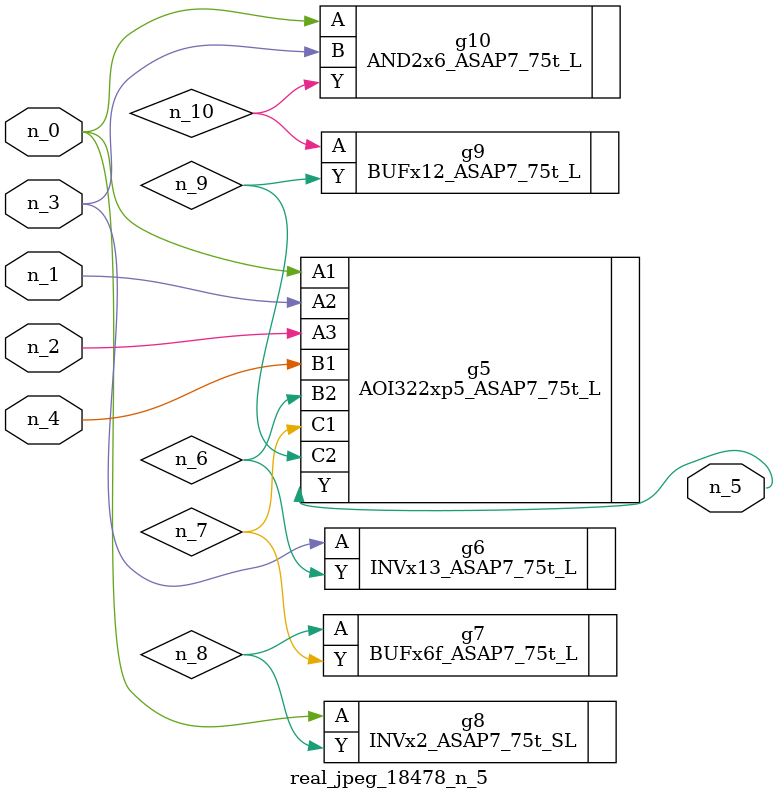
<source format=v>
module real_jpeg_18478_n_5 (n_4, n_0, n_1, n_2, n_3, n_5);

input n_4;
input n_0;
input n_1;
input n_2;
input n_3;

output n_5;

wire n_8;
wire n_6;
wire n_7;
wire n_10;
wire n_9;

AOI322xp5_ASAP7_75t_L g5 ( 
.A1(n_0),
.A2(n_1),
.A3(n_2),
.B1(n_4),
.B2(n_6),
.C1(n_7),
.C2(n_9),
.Y(n_5)
);

INVx2_ASAP7_75t_SL g8 ( 
.A(n_0),
.Y(n_8)
);

AND2x6_ASAP7_75t_L g10 ( 
.A(n_0),
.B(n_3),
.Y(n_10)
);

INVx13_ASAP7_75t_L g6 ( 
.A(n_3),
.Y(n_6)
);

BUFx6f_ASAP7_75t_L g7 ( 
.A(n_8),
.Y(n_7)
);

BUFx12_ASAP7_75t_L g9 ( 
.A(n_10),
.Y(n_9)
);


endmodule
</source>
